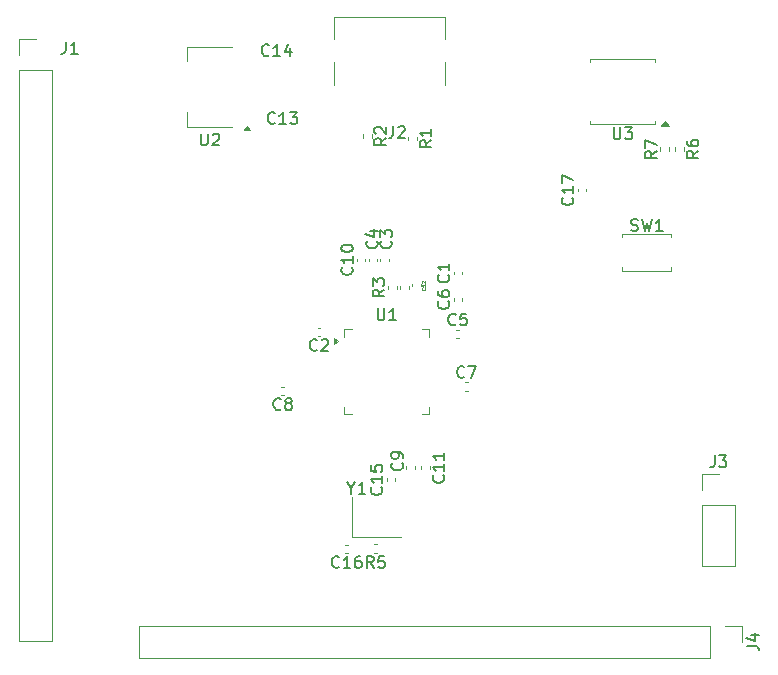
<source format=gbr>
%TF.GenerationSoftware,KiCad,Pcbnew,9.0.6*%
%TF.CreationDate,2025-12-18T17:34:00+05:30*%
%TF.ProjectId,Blueprint_Project,426c7565-7072-4696-9e74-5f50726f6a65,rev?*%
%TF.SameCoordinates,Original*%
%TF.FileFunction,Legend,Top*%
%TF.FilePolarity,Positive*%
%FSLAX46Y46*%
G04 Gerber Fmt 4.6, Leading zero omitted, Abs format (unit mm)*
G04 Created by KiCad (PCBNEW 9.0.6) date 2025-12-18 17:34:00*
%MOMM*%
%LPD*%
G01*
G04 APERTURE LIST*
%ADD10C,0.150000*%
%ADD11C,0.060000*%
%ADD12C,0.120000*%
G04 APERTURE END LIST*
D10*
X169512142Y-63559580D02*
X169464523Y-63607200D01*
X169464523Y-63607200D02*
X169321666Y-63654819D01*
X169321666Y-63654819D02*
X169226428Y-63654819D01*
X169226428Y-63654819D02*
X169083571Y-63607200D01*
X169083571Y-63607200D02*
X168988333Y-63511961D01*
X168988333Y-63511961D02*
X168940714Y-63416723D01*
X168940714Y-63416723D02*
X168893095Y-63226247D01*
X168893095Y-63226247D02*
X168893095Y-63083390D01*
X168893095Y-63083390D02*
X168940714Y-62892914D01*
X168940714Y-62892914D02*
X168988333Y-62797676D01*
X168988333Y-62797676D02*
X169083571Y-62702438D01*
X169083571Y-62702438D02*
X169226428Y-62654819D01*
X169226428Y-62654819D02*
X169321666Y-62654819D01*
X169321666Y-62654819D02*
X169464523Y-62702438D01*
X169464523Y-62702438D02*
X169512142Y-62750057D01*
X170464523Y-63654819D02*
X169893095Y-63654819D01*
X170178809Y-63654819D02*
X170178809Y-62654819D01*
X170178809Y-62654819D02*
X170083571Y-62797676D01*
X170083571Y-62797676D02*
X169988333Y-62892914D01*
X169988333Y-62892914D02*
X169893095Y-62940533D01*
X171321666Y-62988152D02*
X171321666Y-63654819D01*
X171083571Y-62607200D02*
X170845476Y-63321485D01*
X170845476Y-63321485D02*
X171464523Y-63321485D01*
X175447142Y-106899580D02*
X175399523Y-106947200D01*
X175399523Y-106947200D02*
X175256666Y-106994819D01*
X175256666Y-106994819D02*
X175161428Y-106994819D01*
X175161428Y-106994819D02*
X175018571Y-106947200D01*
X175018571Y-106947200D02*
X174923333Y-106851961D01*
X174923333Y-106851961D02*
X174875714Y-106756723D01*
X174875714Y-106756723D02*
X174828095Y-106566247D01*
X174828095Y-106566247D02*
X174828095Y-106423390D01*
X174828095Y-106423390D02*
X174875714Y-106232914D01*
X174875714Y-106232914D02*
X174923333Y-106137676D01*
X174923333Y-106137676D02*
X175018571Y-106042438D01*
X175018571Y-106042438D02*
X175161428Y-105994819D01*
X175161428Y-105994819D02*
X175256666Y-105994819D01*
X175256666Y-105994819D02*
X175399523Y-106042438D01*
X175399523Y-106042438D02*
X175447142Y-106090057D01*
X176399523Y-106994819D02*
X175828095Y-106994819D01*
X176113809Y-106994819D02*
X176113809Y-105994819D01*
X176113809Y-105994819D02*
X176018571Y-106137676D01*
X176018571Y-106137676D02*
X175923333Y-106232914D01*
X175923333Y-106232914D02*
X175828095Y-106280533D01*
X177256666Y-105994819D02*
X177066190Y-105994819D01*
X177066190Y-105994819D02*
X176970952Y-106042438D01*
X176970952Y-106042438D02*
X176923333Y-106090057D01*
X176923333Y-106090057D02*
X176828095Y-106232914D01*
X176828095Y-106232914D02*
X176780476Y-106423390D01*
X176780476Y-106423390D02*
X176780476Y-106804342D01*
X176780476Y-106804342D02*
X176828095Y-106899580D01*
X176828095Y-106899580D02*
X176875714Y-106947200D01*
X176875714Y-106947200D02*
X176970952Y-106994819D01*
X176970952Y-106994819D02*
X177161428Y-106994819D01*
X177161428Y-106994819D02*
X177256666Y-106947200D01*
X177256666Y-106947200D02*
X177304285Y-106899580D01*
X177304285Y-106899580D02*
X177351904Y-106804342D01*
X177351904Y-106804342D02*
X177351904Y-106566247D01*
X177351904Y-106566247D02*
X177304285Y-106471009D01*
X177304285Y-106471009D02*
X177256666Y-106423390D01*
X177256666Y-106423390D02*
X177161428Y-106375771D01*
X177161428Y-106375771D02*
X176970952Y-106375771D01*
X176970952Y-106375771D02*
X176875714Y-106423390D01*
X176875714Y-106423390D02*
X176828095Y-106471009D01*
X176828095Y-106471009D02*
X176780476Y-106566247D01*
X176483809Y-100238628D02*
X176483809Y-100714819D01*
X176150476Y-99714819D02*
X176483809Y-100238628D01*
X176483809Y-100238628D02*
X176817142Y-99714819D01*
X177674285Y-100714819D02*
X177102857Y-100714819D01*
X177388571Y-100714819D02*
X177388571Y-99714819D01*
X177388571Y-99714819D02*
X177293333Y-99857676D01*
X177293333Y-99857676D02*
X177198095Y-99952914D01*
X177198095Y-99952914D02*
X177102857Y-100000533D01*
X170513333Y-93529580D02*
X170465714Y-93577200D01*
X170465714Y-93577200D02*
X170322857Y-93624819D01*
X170322857Y-93624819D02*
X170227619Y-93624819D01*
X170227619Y-93624819D02*
X170084762Y-93577200D01*
X170084762Y-93577200D02*
X169989524Y-93481961D01*
X169989524Y-93481961D02*
X169941905Y-93386723D01*
X169941905Y-93386723D02*
X169894286Y-93196247D01*
X169894286Y-93196247D02*
X169894286Y-93053390D01*
X169894286Y-93053390D02*
X169941905Y-92862914D01*
X169941905Y-92862914D02*
X169989524Y-92767676D01*
X169989524Y-92767676D02*
X170084762Y-92672438D01*
X170084762Y-92672438D02*
X170227619Y-92624819D01*
X170227619Y-92624819D02*
X170322857Y-92624819D01*
X170322857Y-92624819D02*
X170465714Y-92672438D01*
X170465714Y-92672438D02*
X170513333Y-92720057D01*
X171084762Y-93053390D02*
X170989524Y-93005771D01*
X170989524Y-93005771D02*
X170941905Y-92958152D01*
X170941905Y-92958152D02*
X170894286Y-92862914D01*
X170894286Y-92862914D02*
X170894286Y-92815295D01*
X170894286Y-92815295D02*
X170941905Y-92720057D01*
X170941905Y-92720057D02*
X170989524Y-92672438D01*
X170989524Y-92672438D02*
X171084762Y-92624819D01*
X171084762Y-92624819D02*
X171275238Y-92624819D01*
X171275238Y-92624819D02*
X171370476Y-92672438D01*
X171370476Y-92672438D02*
X171418095Y-92720057D01*
X171418095Y-92720057D02*
X171465714Y-92815295D01*
X171465714Y-92815295D02*
X171465714Y-92862914D01*
X171465714Y-92862914D02*
X171418095Y-92958152D01*
X171418095Y-92958152D02*
X171370476Y-93005771D01*
X171370476Y-93005771D02*
X171275238Y-93053390D01*
X171275238Y-93053390D02*
X171084762Y-93053390D01*
X171084762Y-93053390D02*
X170989524Y-93101009D01*
X170989524Y-93101009D02*
X170941905Y-93148628D01*
X170941905Y-93148628D02*
X170894286Y-93243866D01*
X170894286Y-93243866D02*
X170894286Y-93434342D01*
X170894286Y-93434342D02*
X170941905Y-93529580D01*
X170941905Y-93529580D02*
X170989524Y-93577200D01*
X170989524Y-93577200D02*
X171084762Y-93624819D01*
X171084762Y-93624819D02*
X171275238Y-93624819D01*
X171275238Y-93624819D02*
X171370476Y-93577200D01*
X171370476Y-93577200D02*
X171418095Y-93529580D01*
X171418095Y-93529580D02*
X171465714Y-93434342D01*
X171465714Y-93434342D02*
X171465714Y-93243866D01*
X171465714Y-93243866D02*
X171418095Y-93148628D01*
X171418095Y-93148628D02*
X171370476Y-93101009D01*
X171370476Y-93101009D02*
X171275238Y-93053390D01*
X178373333Y-106994819D02*
X178040000Y-106518628D01*
X177801905Y-106994819D02*
X177801905Y-105994819D01*
X177801905Y-105994819D02*
X178182857Y-105994819D01*
X178182857Y-105994819D02*
X178278095Y-106042438D01*
X178278095Y-106042438D02*
X178325714Y-106090057D01*
X178325714Y-106090057D02*
X178373333Y-106185295D01*
X178373333Y-106185295D02*
X178373333Y-106328152D01*
X178373333Y-106328152D02*
X178325714Y-106423390D01*
X178325714Y-106423390D02*
X178278095Y-106471009D01*
X178278095Y-106471009D02*
X178182857Y-106518628D01*
X178182857Y-106518628D02*
X177801905Y-106518628D01*
X179278095Y-105994819D02*
X178801905Y-105994819D01*
X178801905Y-105994819D02*
X178754286Y-106471009D01*
X178754286Y-106471009D02*
X178801905Y-106423390D01*
X178801905Y-106423390D02*
X178897143Y-106375771D01*
X178897143Y-106375771D02*
X179135238Y-106375771D01*
X179135238Y-106375771D02*
X179230476Y-106423390D01*
X179230476Y-106423390D02*
X179278095Y-106471009D01*
X179278095Y-106471009D02*
X179325714Y-106566247D01*
X179325714Y-106566247D02*
X179325714Y-106804342D01*
X179325714Y-106804342D02*
X179278095Y-106899580D01*
X179278095Y-106899580D02*
X179230476Y-106947200D01*
X179230476Y-106947200D02*
X179135238Y-106994819D01*
X179135238Y-106994819D02*
X178897143Y-106994819D01*
X178897143Y-106994819D02*
X178801905Y-106947200D01*
X178801905Y-106947200D02*
X178754286Y-106899580D01*
X180016666Y-69594819D02*
X180016666Y-70309104D01*
X180016666Y-70309104D02*
X179969047Y-70451961D01*
X179969047Y-70451961D02*
X179873809Y-70547200D01*
X179873809Y-70547200D02*
X179730952Y-70594819D01*
X179730952Y-70594819D02*
X179635714Y-70594819D01*
X180445238Y-69690057D02*
X180492857Y-69642438D01*
X180492857Y-69642438D02*
X180588095Y-69594819D01*
X180588095Y-69594819D02*
X180826190Y-69594819D01*
X180826190Y-69594819D02*
X180921428Y-69642438D01*
X180921428Y-69642438D02*
X180969047Y-69690057D01*
X180969047Y-69690057D02*
X181016666Y-69785295D01*
X181016666Y-69785295D02*
X181016666Y-69880533D01*
X181016666Y-69880533D02*
X180969047Y-70023390D01*
X180969047Y-70023390D02*
X180397619Y-70594819D01*
X180397619Y-70594819D02*
X181016666Y-70594819D01*
X170012142Y-69309580D02*
X169964523Y-69357200D01*
X169964523Y-69357200D02*
X169821666Y-69404819D01*
X169821666Y-69404819D02*
X169726428Y-69404819D01*
X169726428Y-69404819D02*
X169583571Y-69357200D01*
X169583571Y-69357200D02*
X169488333Y-69261961D01*
X169488333Y-69261961D02*
X169440714Y-69166723D01*
X169440714Y-69166723D02*
X169393095Y-68976247D01*
X169393095Y-68976247D02*
X169393095Y-68833390D01*
X169393095Y-68833390D02*
X169440714Y-68642914D01*
X169440714Y-68642914D02*
X169488333Y-68547676D01*
X169488333Y-68547676D02*
X169583571Y-68452438D01*
X169583571Y-68452438D02*
X169726428Y-68404819D01*
X169726428Y-68404819D02*
X169821666Y-68404819D01*
X169821666Y-68404819D02*
X169964523Y-68452438D01*
X169964523Y-68452438D02*
X170012142Y-68500057D01*
X170964523Y-69404819D02*
X170393095Y-69404819D01*
X170678809Y-69404819D02*
X170678809Y-68404819D01*
X170678809Y-68404819D02*
X170583571Y-68547676D01*
X170583571Y-68547676D02*
X170488333Y-68642914D01*
X170488333Y-68642914D02*
X170393095Y-68690533D01*
X171297857Y-68404819D02*
X171916904Y-68404819D01*
X171916904Y-68404819D02*
X171583571Y-68785771D01*
X171583571Y-68785771D02*
X171726428Y-68785771D01*
X171726428Y-68785771D02*
X171821666Y-68833390D01*
X171821666Y-68833390D02*
X171869285Y-68881009D01*
X171869285Y-68881009D02*
X171916904Y-68976247D01*
X171916904Y-68976247D02*
X171916904Y-69214342D01*
X171916904Y-69214342D02*
X171869285Y-69309580D01*
X171869285Y-69309580D02*
X171821666Y-69357200D01*
X171821666Y-69357200D02*
X171726428Y-69404819D01*
X171726428Y-69404819D02*
X171440714Y-69404819D01*
X171440714Y-69404819D02*
X171345476Y-69357200D01*
X171345476Y-69357200D02*
X171297857Y-69309580D01*
X152316666Y-62444819D02*
X152316666Y-63159104D01*
X152316666Y-63159104D02*
X152269047Y-63301961D01*
X152269047Y-63301961D02*
X152173809Y-63397200D01*
X152173809Y-63397200D02*
X152030952Y-63444819D01*
X152030952Y-63444819D02*
X151935714Y-63444819D01*
X153316666Y-63444819D02*
X152745238Y-63444819D01*
X153030952Y-63444819D02*
X153030952Y-62444819D01*
X153030952Y-62444819D02*
X152935714Y-62587676D01*
X152935714Y-62587676D02*
X152840476Y-62682914D01*
X152840476Y-62682914D02*
X152745238Y-62730533D01*
X180779580Y-98116666D02*
X180827200Y-98164285D01*
X180827200Y-98164285D02*
X180874819Y-98307142D01*
X180874819Y-98307142D02*
X180874819Y-98402380D01*
X180874819Y-98402380D02*
X180827200Y-98545237D01*
X180827200Y-98545237D02*
X180731961Y-98640475D01*
X180731961Y-98640475D02*
X180636723Y-98688094D01*
X180636723Y-98688094D02*
X180446247Y-98735713D01*
X180446247Y-98735713D02*
X180303390Y-98735713D01*
X180303390Y-98735713D02*
X180112914Y-98688094D01*
X180112914Y-98688094D02*
X180017676Y-98640475D01*
X180017676Y-98640475D02*
X179922438Y-98545237D01*
X179922438Y-98545237D02*
X179874819Y-98402380D01*
X179874819Y-98402380D02*
X179874819Y-98307142D01*
X179874819Y-98307142D02*
X179922438Y-98164285D01*
X179922438Y-98164285D02*
X179970057Y-98116666D01*
X180874819Y-97640475D02*
X180874819Y-97449999D01*
X180874819Y-97449999D02*
X180827200Y-97354761D01*
X180827200Y-97354761D02*
X180779580Y-97307142D01*
X180779580Y-97307142D02*
X180636723Y-97211904D01*
X180636723Y-97211904D02*
X180446247Y-97164285D01*
X180446247Y-97164285D02*
X180065295Y-97164285D01*
X180065295Y-97164285D02*
X179970057Y-97211904D01*
X179970057Y-97211904D02*
X179922438Y-97259523D01*
X179922438Y-97259523D02*
X179874819Y-97354761D01*
X179874819Y-97354761D02*
X179874819Y-97545237D01*
X179874819Y-97545237D02*
X179922438Y-97640475D01*
X179922438Y-97640475D02*
X179970057Y-97688094D01*
X179970057Y-97688094D02*
X180065295Y-97735713D01*
X180065295Y-97735713D02*
X180303390Y-97735713D01*
X180303390Y-97735713D02*
X180398628Y-97688094D01*
X180398628Y-97688094D02*
X180446247Y-97640475D01*
X180446247Y-97640475D02*
X180493866Y-97545237D01*
X180493866Y-97545237D02*
X180493866Y-97354761D01*
X180493866Y-97354761D02*
X180446247Y-97259523D01*
X180446247Y-97259523D02*
X180398628Y-97211904D01*
X180398628Y-97211904D02*
X180303390Y-97164285D01*
X185323333Y-86359580D02*
X185275714Y-86407200D01*
X185275714Y-86407200D02*
X185132857Y-86454819D01*
X185132857Y-86454819D02*
X185037619Y-86454819D01*
X185037619Y-86454819D02*
X184894762Y-86407200D01*
X184894762Y-86407200D02*
X184799524Y-86311961D01*
X184799524Y-86311961D02*
X184751905Y-86216723D01*
X184751905Y-86216723D02*
X184704286Y-86026247D01*
X184704286Y-86026247D02*
X184704286Y-85883390D01*
X184704286Y-85883390D02*
X184751905Y-85692914D01*
X184751905Y-85692914D02*
X184799524Y-85597676D01*
X184799524Y-85597676D02*
X184894762Y-85502438D01*
X184894762Y-85502438D02*
X185037619Y-85454819D01*
X185037619Y-85454819D02*
X185132857Y-85454819D01*
X185132857Y-85454819D02*
X185275714Y-85502438D01*
X185275714Y-85502438D02*
X185323333Y-85550057D01*
X186228095Y-85454819D02*
X185751905Y-85454819D01*
X185751905Y-85454819D02*
X185704286Y-85931009D01*
X185704286Y-85931009D02*
X185751905Y-85883390D01*
X185751905Y-85883390D02*
X185847143Y-85835771D01*
X185847143Y-85835771D02*
X186085238Y-85835771D01*
X186085238Y-85835771D02*
X186180476Y-85883390D01*
X186180476Y-85883390D02*
X186228095Y-85931009D01*
X186228095Y-85931009D02*
X186275714Y-86026247D01*
X186275714Y-86026247D02*
X186275714Y-86264342D01*
X186275714Y-86264342D02*
X186228095Y-86359580D01*
X186228095Y-86359580D02*
X186180476Y-86407200D01*
X186180476Y-86407200D02*
X186085238Y-86454819D01*
X186085238Y-86454819D02*
X185847143Y-86454819D01*
X185847143Y-86454819D02*
X185751905Y-86407200D01*
X185751905Y-86407200D02*
X185704286Y-86359580D01*
X202344819Y-71726666D02*
X201868628Y-72059999D01*
X202344819Y-72298094D02*
X201344819Y-72298094D01*
X201344819Y-72298094D02*
X201344819Y-71917142D01*
X201344819Y-71917142D02*
X201392438Y-71821904D01*
X201392438Y-71821904D02*
X201440057Y-71774285D01*
X201440057Y-71774285D02*
X201535295Y-71726666D01*
X201535295Y-71726666D02*
X201678152Y-71726666D01*
X201678152Y-71726666D02*
X201773390Y-71774285D01*
X201773390Y-71774285D02*
X201821009Y-71821904D01*
X201821009Y-71821904D02*
X201868628Y-71917142D01*
X201868628Y-71917142D02*
X201868628Y-72298094D01*
X201344819Y-71393332D02*
X201344819Y-70726666D01*
X201344819Y-70726666D02*
X202344819Y-71155237D01*
X179284819Y-83416666D02*
X178808628Y-83749999D01*
X179284819Y-83988094D02*
X178284819Y-83988094D01*
X178284819Y-83988094D02*
X178284819Y-83607142D01*
X178284819Y-83607142D02*
X178332438Y-83511904D01*
X178332438Y-83511904D02*
X178380057Y-83464285D01*
X178380057Y-83464285D02*
X178475295Y-83416666D01*
X178475295Y-83416666D02*
X178618152Y-83416666D01*
X178618152Y-83416666D02*
X178713390Y-83464285D01*
X178713390Y-83464285D02*
X178761009Y-83511904D01*
X178761009Y-83511904D02*
X178808628Y-83607142D01*
X178808628Y-83607142D02*
X178808628Y-83988094D01*
X178284819Y-83083332D02*
X178284819Y-82464285D01*
X178284819Y-82464285D02*
X178665771Y-82797618D01*
X178665771Y-82797618D02*
X178665771Y-82654761D01*
X178665771Y-82654761D02*
X178713390Y-82559523D01*
X178713390Y-82559523D02*
X178761009Y-82511904D01*
X178761009Y-82511904D02*
X178856247Y-82464285D01*
X178856247Y-82464285D02*
X179094342Y-82464285D01*
X179094342Y-82464285D02*
X179189580Y-82511904D01*
X179189580Y-82511904D02*
X179237200Y-82559523D01*
X179237200Y-82559523D02*
X179284819Y-82654761D01*
X179284819Y-82654761D02*
X179284819Y-82940475D01*
X179284819Y-82940475D02*
X179237200Y-83035713D01*
X179237200Y-83035713D02*
X179189580Y-83083332D01*
X205874819Y-71666666D02*
X205398628Y-71999999D01*
X205874819Y-72238094D02*
X204874819Y-72238094D01*
X204874819Y-72238094D02*
X204874819Y-71857142D01*
X204874819Y-71857142D02*
X204922438Y-71761904D01*
X204922438Y-71761904D02*
X204970057Y-71714285D01*
X204970057Y-71714285D02*
X205065295Y-71666666D01*
X205065295Y-71666666D02*
X205208152Y-71666666D01*
X205208152Y-71666666D02*
X205303390Y-71714285D01*
X205303390Y-71714285D02*
X205351009Y-71761904D01*
X205351009Y-71761904D02*
X205398628Y-71857142D01*
X205398628Y-71857142D02*
X205398628Y-72238094D01*
X204874819Y-70809523D02*
X204874819Y-70999999D01*
X204874819Y-70999999D02*
X204922438Y-71095237D01*
X204922438Y-71095237D02*
X204970057Y-71142856D01*
X204970057Y-71142856D02*
X205112914Y-71238094D01*
X205112914Y-71238094D02*
X205303390Y-71285713D01*
X205303390Y-71285713D02*
X205684342Y-71285713D01*
X205684342Y-71285713D02*
X205779580Y-71238094D01*
X205779580Y-71238094D02*
X205827200Y-71190475D01*
X205827200Y-71190475D02*
X205874819Y-71095237D01*
X205874819Y-71095237D02*
X205874819Y-70904761D01*
X205874819Y-70904761D02*
X205827200Y-70809523D01*
X205827200Y-70809523D02*
X205779580Y-70761904D01*
X205779580Y-70761904D02*
X205684342Y-70714285D01*
X205684342Y-70714285D02*
X205446247Y-70714285D01*
X205446247Y-70714285D02*
X205351009Y-70761904D01*
X205351009Y-70761904D02*
X205303390Y-70809523D01*
X205303390Y-70809523D02*
X205255771Y-70904761D01*
X205255771Y-70904761D02*
X205255771Y-71095237D01*
X205255771Y-71095237D02*
X205303390Y-71190475D01*
X205303390Y-71190475D02*
X205351009Y-71238094D01*
X205351009Y-71238094D02*
X205446247Y-71285713D01*
X179819580Y-79316666D02*
X179867200Y-79364285D01*
X179867200Y-79364285D02*
X179914819Y-79507142D01*
X179914819Y-79507142D02*
X179914819Y-79602380D01*
X179914819Y-79602380D02*
X179867200Y-79745237D01*
X179867200Y-79745237D02*
X179771961Y-79840475D01*
X179771961Y-79840475D02*
X179676723Y-79888094D01*
X179676723Y-79888094D02*
X179486247Y-79935713D01*
X179486247Y-79935713D02*
X179343390Y-79935713D01*
X179343390Y-79935713D02*
X179152914Y-79888094D01*
X179152914Y-79888094D02*
X179057676Y-79840475D01*
X179057676Y-79840475D02*
X178962438Y-79745237D01*
X178962438Y-79745237D02*
X178914819Y-79602380D01*
X178914819Y-79602380D02*
X178914819Y-79507142D01*
X178914819Y-79507142D02*
X178962438Y-79364285D01*
X178962438Y-79364285D02*
X179010057Y-79316666D01*
X178914819Y-78983332D02*
X178914819Y-78364285D01*
X178914819Y-78364285D02*
X179295771Y-78697618D01*
X179295771Y-78697618D02*
X179295771Y-78554761D01*
X179295771Y-78554761D02*
X179343390Y-78459523D01*
X179343390Y-78459523D02*
X179391009Y-78411904D01*
X179391009Y-78411904D02*
X179486247Y-78364285D01*
X179486247Y-78364285D02*
X179724342Y-78364285D01*
X179724342Y-78364285D02*
X179819580Y-78411904D01*
X179819580Y-78411904D02*
X179867200Y-78459523D01*
X179867200Y-78459523D02*
X179914819Y-78554761D01*
X179914819Y-78554761D02*
X179914819Y-78840475D01*
X179914819Y-78840475D02*
X179867200Y-78935713D01*
X179867200Y-78935713D02*
X179819580Y-78983332D01*
X195199580Y-75642857D02*
X195247200Y-75690476D01*
X195247200Y-75690476D02*
X195294819Y-75833333D01*
X195294819Y-75833333D02*
X195294819Y-75928571D01*
X195294819Y-75928571D02*
X195247200Y-76071428D01*
X195247200Y-76071428D02*
X195151961Y-76166666D01*
X195151961Y-76166666D02*
X195056723Y-76214285D01*
X195056723Y-76214285D02*
X194866247Y-76261904D01*
X194866247Y-76261904D02*
X194723390Y-76261904D01*
X194723390Y-76261904D02*
X194532914Y-76214285D01*
X194532914Y-76214285D02*
X194437676Y-76166666D01*
X194437676Y-76166666D02*
X194342438Y-76071428D01*
X194342438Y-76071428D02*
X194294819Y-75928571D01*
X194294819Y-75928571D02*
X194294819Y-75833333D01*
X194294819Y-75833333D02*
X194342438Y-75690476D01*
X194342438Y-75690476D02*
X194390057Y-75642857D01*
X195294819Y-74690476D02*
X195294819Y-75261904D01*
X195294819Y-74976190D02*
X194294819Y-74976190D01*
X194294819Y-74976190D02*
X194437676Y-75071428D01*
X194437676Y-75071428D02*
X194532914Y-75166666D01*
X194532914Y-75166666D02*
X194580533Y-75261904D01*
X194294819Y-74357142D02*
X194294819Y-73690476D01*
X194294819Y-73690476D02*
X195294819Y-74119047D01*
X163738095Y-70204819D02*
X163738095Y-71014342D01*
X163738095Y-71014342D02*
X163785714Y-71109580D01*
X163785714Y-71109580D02*
X163833333Y-71157200D01*
X163833333Y-71157200D02*
X163928571Y-71204819D01*
X163928571Y-71204819D02*
X164119047Y-71204819D01*
X164119047Y-71204819D02*
X164214285Y-71157200D01*
X164214285Y-71157200D02*
X164261904Y-71109580D01*
X164261904Y-71109580D02*
X164309523Y-71014342D01*
X164309523Y-71014342D02*
X164309523Y-70204819D01*
X164738095Y-70300057D02*
X164785714Y-70252438D01*
X164785714Y-70252438D02*
X164880952Y-70204819D01*
X164880952Y-70204819D02*
X165119047Y-70204819D01*
X165119047Y-70204819D02*
X165214285Y-70252438D01*
X165214285Y-70252438D02*
X165261904Y-70300057D01*
X165261904Y-70300057D02*
X165309523Y-70395295D01*
X165309523Y-70395295D02*
X165309523Y-70490533D01*
X165309523Y-70490533D02*
X165261904Y-70633390D01*
X165261904Y-70633390D02*
X164690476Y-71204819D01*
X164690476Y-71204819D02*
X165309523Y-71204819D01*
X179444819Y-70596666D02*
X178968628Y-70929999D01*
X179444819Y-71168094D02*
X178444819Y-71168094D01*
X178444819Y-71168094D02*
X178444819Y-70787142D01*
X178444819Y-70787142D02*
X178492438Y-70691904D01*
X178492438Y-70691904D02*
X178540057Y-70644285D01*
X178540057Y-70644285D02*
X178635295Y-70596666D01*
X178635295Y-70596666D02*
X178778152Y-70596666D01*
X178778152Y-70596666D02*
X178873390Y-70644285D01*
X178873390Y-70644285D02*
X178921009Y-70691904D01*
X178921009Y-70691904D02*
X178968628Y-70787142D01*
X178968628Y-70787142D02*
X178968628Y-71168094D01*
X178540057Y-70215713D02*
X178492438Y-70168094D01*
X178492438Y-70168094D02*
X178444819Y-70072856D01*
X178444819Y-70072856D02*
X178444819Y-69834761D01*
X178444819Y-69834761D02*
X178492438Y-69739523D01*
X178492438Y-69739523D02*
X178540057Y-69691904D01*
X178540057Y-69691904D02*
X178635295Y-69644285D01*
X178635295Y-69644285D02*
X178730533Y-69644285D01*
X178730533Y-69644285D02*
X178873390Y-69691904D01*
X178873390Y-69691904D02*
X179444819Y-70263332D01*
X179444819Y-70263332D02*
X179444819Y-69644285D01*
X186063333Y-90809580D02*
X186015714Y-90857200D01*
X186015714Y-90857200D02*
X185872857Y-90904819D01*
X185872857Y-90904819D02*
X185777619Y-90904819D01*
X185777619Y-90904819D02*
X185634762Y-90857200D01*
X185634762Y-90857200D02*
X185539524Y-90761961D01*
X185539524Y-90761961D02*
X185491905Y-90666723D01*
X185491905Y-90666723D02*
X185444286Y-90476247D01*
X185444286Y-90476247D02*
X185444286Y-90333390D01*
X185444286Y-90333390D02*
X185491905Y-90142914D01*
X185491905Y-90142914D02*
X185539524Y-90047676D01*
X185539524Y-90047676D02*
X185634762Y-89952438D01*
X185634762Y-89952438D02*
X185777619Y-89904819D01*
X185777619Y-89904819D02*
X185872857Y-89904819D01*
X185872857Y-89904819D02*
X186015714Y-89952438D01*
X186015714Y-89952438D02*
X186063333Y-90000057D01*
X186396667Y-89904819D02*
X187063333Y-89904819D01*
X187063333Y-89904819D02*
X186634762Y-90904819D01*
X179029580Y-100162857D02*
X179077200Y-100210476D01*
X179077200Y-100210476D02*
X179124819Y-100353333D01*
X179124819Y-100353333D02*
X179124819Y-100448571D01*
X179124819Y-100448571D02*
X179077200Y-100591428D01*
X179077200Y-100591428D02*
X178981961Y-100686666D01*
X178981961Y-100686666D02*
X178886723Y-100734285D01*
X178886723Y-100734285D02*
X178696247Y-100781904D01*
X178696247Y-100781904D02*
X178553390Y-100781904D01*
X178553390Y-100781904D02*
X178362914Y-100734285D01*
X178362914Y-100734285D02*
X178267676Y-100686666D01*
X178267676Y-100686666D02*
X178172438Y-100591428D01*
X178172438Y-100591428D02*
X178124819Y-100448571D01*
X178124819Y-100448571D02*
X178124819Y-100353333D01*
X178124819Y-100353333D02*
X178172438Y-100210476D01*
X178172438Y-100210476D02*
X178220057Y-100162857D01*
X179124819Y-99210476D02*
X179124819Y-99781904D01*
X179124819Y-99496190D02*
X178124819Y-99496190D01*
X178124819Y-99496190D02*
X178267676Y-99591428D01*
X178267676Y-99591428D02*
X178362914Y-99686666D01*
X178362914Y-99686666D02*
X178410533Y-99781904D01*
X178124819Y-98305714D02*
X178124819Y-98781904D01*
X178124819Y-98781904D02*
X178601009Y-98829523D01*
X178601009Y-98829523D02*
X178553390Y-98781904D01*
X178553390Y-98781904D02*
X178505771Y-98686666D01*
X178505771Y-98686666D02*
X178505771Y-98448571D01*
X178505771Y-98448571D02*
X178553390Y-98353333D01*
X178553390Y-98353333D02*
X178601009Y-98305714D01*
X178601009Y-98305714D02*
X178696247Y-98258095D01*
X178696247Y-98258095D02*
X178934342Y-98258095D01*
X178934342Y-98258095D02*
X179029580Y-98305714D01*
X179029580Y-98305714D02*
X179077200Y-98353333D01*
X179077200Y-98353333D02*
X179124819Y-98448571D01*
X179124819Y-98448571D02*
X179124819Y-98686666D01*
X179124819Y-98686666D02*
X179077200Y-98781904D01*
X179077200Y-98781904D02*
X179029580Y-98829523D01*
X183264819Y-70796666D02*
X182788628Y-71129999D01*
X183264819Y-71368094D02*
X182264819Y-71368094D01*
X182264819Y-71368094D02*
X182264819Y-70987142D01*
X182264819Y-70987142D02*
X182312438Y-70891904D01*
X182312438Y-70891904D02*
X182360057Y-70844285D01*
X182360057Y-70844285D02*
X182455295Y-70796666D01*
X182455295Y-70796666D02*
X182598152Y-70796666D01*
X182598152Y-70796666D02*
X182693390Y-70844285D01*
X182693390Y-70844285D02*
X182741009Y-70891904D01*
X182741009Y-70891904D02*
X182788628Y-70987142D01*
X182788628Y-70987142D02*
X182788628Y-71368094D01*
X183264819Y-69844285D02*
X183264819Y-70415713D01*
X183264819Y-70129999D02*
X182264819Y-70129999D01*
X182264819Y-70129999D02*
X182407676Y-70225237D01*
X182407676Y-70225237D02*
X182502914Y-70320475D01*
X182502914Y-70320475D02*
X182550533Y-70415713D01*
X178629580Y-79306666D02*
X178677200Y-79354285D01*
X178677200Y-79354285D02*
X178724819Y-79497142D01*
X178724819Y-79497142D02*
X178724819Y-79592380D01*
X178724819Y-79592380D02*
X178677200Y-79735237D01*
X178677200Y-79735237D02*
X178581961Y-79830475D01*
X178581961Y-79830475D02*
X178486723Y-79878094D01*
X178486723Y-79878094D02*
X178296247Y-79925713D01*
X178296247Y-79925713D02*
X178153390Y-79925713D01*
X178153390Y-79925713D02*
X177962914Y-79878094D01*
X177962914Y-79878094D02*
X177867676Y-79830475D01*
X177867676Y-79830475D02*
X177772438Y-79735237D01*
X177772438Y-79735237D02*
X177724819Y-79592380D01*
X177724819Y-79592380D02*
X177724819Y-79497142D01*
X177724819Y-79497142D02*
X177772438Y-79354285D01*
X177772438Y-79354285D02*
X177820057Y-79306666D01*
X178058152Y-78449523D02*
X178724819Y-78449523D01*
X177677200Y-78687618D02*
X178391485Y-78925713D01*
X178391485Y-78925713D02*
X178391485Y-78306666D01*
X178718095Y-85004819D02*
X178718095Y-85814342D01*
X178718095Y-85814342D02*
X178765714Y-85909580D01*
X178765714Y-85909580D02*
X178813333Y-85957200D01*
X178813333Y-85957200D02*
X178908571Y-86004819D01*
X178908571Y-86004819D02*
X179099047Y-86004819D01*
X179099047Y-86004819D02*
X179194285Y-85957200D01*
X179194285Y-85957200D02*
X179241904Y-85909580D01*
X179241904Y-85909580D02*
X179289523Y-85814342D01*
X179289523Y-85814342D02*
X179289523Y-85004819D01*
X180289523Y-86004819D02*
X179718095Y-86004819D01*
X180003809Y-86004819D02*
X180003809Y-85004819D01*
X180003809Y-85004819D02*
X179908571Y-85147676D01*
X179908571Y-85147676D02*
X179813333Y-85242914D01*
X179813333Y-85242914D02*
X179718095Y-85290533D01*
X184699580Y-84416666D02*
X184747200Y-84464285D01*
X184747200Y-84464285D02*
X184794819Y-84607142D01*
X184794819Y-84607142D02*
X184794819Y-84702380D01*
X184794819Y-84702380D02*
X184747200Y-84845237D01*
X184747200Y-84845237D02*
X184651961Y-84940475D01*
X184651961Y-84940475D02*
X184556723Y-84988094D01*
X184556723Y-84988094D02*
X184366247Y-85035713D01*
X184366247Y-85035713D02*
X184223390Y-85035713D01*
X184223390Y-85035713D02*
X184032914Y-84988094D01*
X184032914Y-84988094D02*
X183937676Y-84940475D01*
X183937676Y-84940475D02*
X183842438Y-84845237D01*
X183842438Y-84845237D02*
X183794819Y-84702380D01*
X183794819Y-84702380D02*
X183794819Y-84607142D01*
X183794819Y-84607142D02*
X183842438Y-84464285D01*
X183842438Y-84464285D02*
X183890057Y-84416666D01*
X183794819Y-83559523D02*
X183794819Y-83749999D01*
X183794819Y-83749999D02*
X183842438Y-83845237D01*
X183842438Y-83845237D02*
X183890057Y-83892856D01*
X183890057Y-83892856D02*
X184032914Y-83988094D01*
X184032914Y-83988094D02*
X184223390Y-84035713D01*
X184223390Y-84035713D02*
X184604342Y-84035713D01*
X184604342Y-84035713D02*
X184699580Y-83988094D01*
X184699580Y-83988094D02*
X184747200Y-83940475D01*
X184747200Y-83940475D02*
X184794819Y-83845237D01*
X184794819Y-83845237D02*
X184794819Y-83654761D01*
X184794819Y-83654761D02*
X184747200Y-83559523D01*
X184747200Y-83559523D02*
X184699580Y-83511904D01*
X184699580Y-83511904D02*
X184604342Y-83464285D01*
X184604342Y-83464285D02*
X184366247Y-83464285D01*
X184366247Y-83464285D02*
X184271009Y-83511904D01*
X184271009Y-83511904D02*
X184223390Y-83559523D01*
X184223390Y-83559523D02*
X184175771Y-83654761D01*
X184175771Y-83654761D02*
X184175771Y-83845237D01*
X184175771Y-83845237D02*
X184223390Y-83940475D01*
X184223390Y-83940475D02*
X184271009Y-83988094D01*
X184271009Y-83988094D02*
X184366247Y-84035713D01*
X184269580Y-99142857D02*
X184317200Y-99190476D01*
X184317200Y-99190476D02*
X184364819Y-99333333D01*
X184364819Y-99333333D02*
X184364819Y-99428571D01*
X184364819Y-99428571D02*
X184317200Y-99571428D01*
X184317200Y-99571428D02*
X184221961Y-99666666D01*
X184221961Y-99666666D02*
X184126723Y-99714285D01*
X184126723Y-99714285D02*
X183936247Y-99761904D01*
X183936247Y-99761904D02*
X183793390Y-99761904D01*
X183793390Y-99761904D02*
X183602914Y-99714285D01*
X183602914Y-99714285D02*
X183507676Y-99666666D01*
X183507676Y-99666666D02*
X183412438Y-99571428D01*
X183412438Y-99571428D02*
X183364819Y-99428571D01*
X183364819Y-99428571D02*
X183364819Y-99333333D01*
X183364819Y-99333333D02*
X183412438Y-99190476D01*
X183412438Y-99190476D02*
X183460057Y-99142857D01*
X184364819Y-98190476D02*
X184364819Y-98761904D01*
X184364819Y-98476190D02*
X183364819Y-98476190D01*
X183364819Y-98476190D02*
X183507676Y-98571428D01*
X183507676Y-98571428D02*
X183602914Y-98666666D01*
X183602914Y-98666666D02*
X183650533Y-98761904D01*
X184364819Y-97238095D02*
X184364819Y-97809523D01*
X184364819Y-97523809D02*
X183364819Y-97523809D01*
X183364819Y-97523809D02*
X183507676Y-97619047D01*
X183507676Y-97619047D02*
X183602914Y-97714285D01*
X183602914Y-97714285D02*
X183650533Y-97809523D01*
X176519580Y-81542857D02*
X176567200Y-81590476D01*
X176567200Y-81590476D02*
X176614819Y-81733333D01*
X176614819Y-81733333D02*
X176614819Y-81828571D01*
X176614819Y-81828571D02*
X176567200Y-81971428D01*
X176567200Y-81971428D02*
X176471961Y-82066666D01*
X176471961Y-82066666D02*
X176376723Y-82114285D01*
X176376723Y-82114285D02*
X176186247Y-82161904D01*
X176186247Y-82161904D02*
X176043390Y-82161904D01*
X176043390Y-82161904D02*
X175852914Y-82114285D01*
X175852914Y-82114285D02*
X175757676Y-82066666D01*
X175757676Y-82066666D02*
X175662438Y-81971428D01*
X175662438Y-81971428D02*
X175614819Y-81828571D01*
X175614819Y-81828571D02*
X175614819Y-81733333D01*
X175614819Y-81733333D02*
X175662438Y-81590476D01*
X175662438Y-81590476D02*
X175710057Y-81542857D01*
X176614819Y-80590476D02*
X176614819Y-81161904D01*
X176614819Y-80876190D02*
X175614819Y-80876190D01*
X175614819Y-80876190D02*
X175757676Y-80971428D01*
X175757676Y-80971428D02*
X175852914Y-81066666D01*
X175852914Y-81066666D02*
X175900533Y-81161904D01*
X175614819Y-79971428D02*
X175614819Y-79876190D01*
X175614819Y-79876190D02*
X175662438Y-79780952D01*
X175662438Y-79780952D02*
X175710057Y-79733333D01*
X175710057Y-79733333D02*
X175805295Y-79685714D01*
X175805295Y-79685714D02*
X175995771Y-79638095D01*
X175995771Y-79638095D02*
X176233866Y-79638095D01*
X176233866Y-79638095D02*
X176424342Y-79685714D01*
X176424342Y-79685714D02*
X176519580Y-79733333D01*
X176519580Y-79733333D02*
X176567200Y-79780952D01*
X176567200Y-79780952D02*
X176614819Y-79876190D01*
X176614819Y-79876190D02*
X176614819Y-79971428D01*
X176614819Y-79971428D02*
X176567200Y-80066666D01*
X176567200Y-80066666D02*
X176519580Y-80114285D01*
X176519580Y-80114285D02*
X176424342Y-80161904D01*
X176424342Y-80161904D02*
X176233866Y-80209523D01*
X176233866Y-80209523D02*
X175995771Y-80209523D01*
X175995771Y-80209523D02*
X175805295Y-80161904D01*
X175805295Y-80161904D02*
X175710057Y-80114285D01*
X175710057Y-80114285D02*
X175662438Y-80066666D01*
X175662438Y-80066666D02*
X175614819Y-79971428D01*
X184699580Y-82166666D02*
X184747200Y-82214285D01*
X184747200Y-82214285D02*
X184794819Y-82357142D01*
X184794819Y-82357142D02*
X184794819Y-82452380D01*
X184794819Y-82452380D02*
X184747200Y-82595237D01*
X184747200Y-82595237D02*
X184651961Y-82690475D01*
X184651961Y-82690475D02*
X184556723Y-82738094D01*
X184556723Y-82738094D02*
X184366247Y-82785713D01*
X184366247Y-82785713D02*
X184223390Y-82785713D01*
X184223390Y-82785713D02*
X184032914Y-82738094D01*
X184032914Y-82738094D02*
X183937676Y-82690475D01*
X183937676Y-82690475D02*
X183842438Y-82595237D01*
X183842438Y-82595237D02*
X183794819Y-82452380D01*
X183794819Y-82452380D02*
X183794819Y-82357142D01*
X183794819Y-82357142D02*
X183842438Y-82214285D01*
X183842438Y-82214285D02*
X183890057Y-82166666D01*
X184794819Y-81214285D02*
X184794819Y-81785713D01*
X184794819Y-81499999D02*
X183794819Y-81499999D01*
X183794819Y-81499999D02*
X183937676Y-81595237D01*
X183937676Y-81595237D02*
X184032914Y-81690475D01*
X184032914Y-81690475D02*
X184080533Y-81785713D01*
X173583333Y-88519580D02*
X173535714Y-88567200D01*
X173535714Y-88567200D02*
X173392857Y-88614819D01*
X173392857Y-88614819D02*
X173297619Y-88614819D01*
X173297619Y-88614819D02*
X173154762Y-88567200D01*
X173154762Y-88567200D02*
X173059524Y-88471961D01*
X173059524Y-88471961D02*
X173011905Y-88376723D01*
X173011905Y-88376723D02*
X172964286Y-88186247D01*
X172964286Y-88186247D02*
X172964286Y-88043390D01*
X172964286Y-88043390D02*
X173011905Y-87852914D01*
X173011905Y-87852914D02*
X173059524Y-87757676D01*
X173059524Y-87757676D02*
X173154762Y-87662438D01*
X173154762Y-87662438D02*
X173297619Y-87614819D01*
X173297619Y-87614819D02*
X173392857Y-87614819D01*
X173392857Y-87614819D02*
X173535714Y-87662438D01*
X173535714Y-87662438D02*
X173583333Y-87710057D01*
X173964286Y-87710057D02*
X174011905Y-87662438D01*
X174011905Y-87662438D02*
X174107143Y-87614819D01*
X174107143Y-87614819D02*
X174345238Y-87614819D01*
X174345238Y-87614819D02*
X174440476Y-87662438D01*
X174440476Y-87662438D02*
X174488095Y-87710057D01*
X174488095Y-87710057D02*
X174535714Y-87805295D01*
X174535714Y-87805295D02*
X174535714Y-87900533D01*
X174535714Y-87900533D02*
X174488095Y-88043390D01*
X174488095Y-88043390D02*
X173916667Y-88614819D01*
X173916667Y-88614819D02*
X174535714Y-88614819D01*
X198700595Y-69679819D02*
X198700595Y-70489342D01*
X198700595Y-70489342D02*
X198748214Y-70584580D01*
X198748214Y-70584580D02*
X198795833Y-70632200D01*
X198795833Y-70632200D02*
X198891071Y-70679819D01*
X198891071Y-70679819D02*
X199081547Y-70679819D01*
X199081547Y-70679819D02*
X199176785Y-70632200D01*
X199176785Y-70632200D02*
X199224404Y-70584580D01*
X199224404Y-70584580D02*
X199272023Y-70489342D01*
X199272023Y-70489342D02*
X199272023Y-69679819D01*
X199652976Y-69679819D02*
X200272023Y-69679819D01*
X200272023Y-69679819D02*
X199938690Y-70060771D01*
X199938690Y-70060771D02*
X200081547Y-70060771D01*
X200081547Y-70060771D02*
X200176785Y-70108390D01*
X200176785Y-70108390D02*
X200224404Y-70156009D01*
X200224404Y-70156009D02*
X200272023Y-70251247D01*
X200272023Y-70251247D02*
X200272023Y-70489342D01*
X200272023Y-70489342D02*
X200224404Y-70584580D01*
X200224404Y-70584580D02*
X200176785Y-70632200D01*
X200176785Y-70632200D02*
X200081547Y-70679819D01*
X200081547Y-70679819D02*
X199795833Y-70679819D01*
X199795833Y-70679819D02*
X199700595Y-70632200D01*
X199700595Y-70632200D02*
X199652976Y-70584580D01*
X207246666Y-97464819D02*
X207246666Y-98179104D01*
X207246666Y-98179104D02*
X207199047Y-98321961D01*
X207199047Y-98321961D02*
X207103809Y-98417200D01*
X207103809Y-98417200D02*
X206960952Y-98464819D01*
X206960952Y-98464819D02*
X206865714Y-98464819D01*
X207627619Y-97464819D02*
X208246666Y-97464819D01*
X208246666Y-97464819D02*
X207913333Y-97845771D01*
X207913333Y-97845771D02*
X208056190Y-97845771D01*
X208056190Y-97845771D02*
X208151428Y-97893390D01*
X208151428Y-97893390D02*
X208199047Y-97941009D01*
X208199047Y-97941009D02*
X208246666Y-98036247D01*
X208246666Y-98036247D02*
X208246666Y-98274342D01*
X208246666Y-98274342D02*
X208199047Y-98369580D01*
X208199047Y-98369580D02*
X208151428Y-98417200D01*
X208151428Y-98417200D02*
X208056190Y-98464819D01*
X208056190Y-98464819D02*
X207770476Y-98464819D01*
X207770476Y-98464819D02*
X207675238Y-98417200D01*
X207675238Y-98417200D02*
X207627619Y-98369580D01*
D11*
X182737094Y-83272856D02*
X182751380Y-83287142D01*
X182751380Y-83287142D02*
X182765665Y-83329999D01*
X182765665Y-83329999D02*
X182765665Y-83358571D01*
X182765665Y-83358571D02*
X182751380Y-83401428D01*
X182751380Y-83401428D02*
X182722808Y-83429999D01*
X182722808Y-83429999D02*
X182694237Y-83444285D01*
X182694237Y-83444285D02*
X182637094Y-83458571D01*
X182637094Y-83458571D02*
X182594237Y-83458571D01*
X182594237Y-83458571D02*
X182537094Y-83444285D01*
X182537094Y-83444285D02*
X182508522Y-83429999D01*
X182508522Y-83429999D02*
X182479951Y-83401428D01*
X182479951Y-83401428D02*
X182465665Y-83358571D01*
X182465665Y-83358571D02*
X182465665Y-83329999D01*
X182465665Y-83329999D02*
X182479951Y-83287142D01*
X182479951Y-83287142D02*
X182494237Y-83272856D01*
X182765665Y-82987142D02*
X182765665Y-83158571D01*
X182765665Y-83072856D02*
X182465665Y-83072856D01*
X182465665Y-83072856D02*
X182508522Y-83101428D01*
X182508522Y-83101428D02*
X182537094Y-83129999D01*
X182537094Y-83129999D02*
X182551380Y-83158571D01*
X182494237Y-82872857D02*
X182479951Y-82858571D01*
X182479951Y-82858571D02*
X182465665Y-82830000D01*
X182465665Y-82830000D02*
X182465665Y-82758571D01*
X182465665Y-82758571D02*
X182479951Y-82730000D01*
X182479951Y-82730000D02*
X182494237Y-82715714D01*
X182494237Y-82715714D02*
X182522808Y-82701428D01*
X182522808Y-82701428D02*
X182551380Y-82701428D01*
X182551380Y-82701428D02*
X182594237Y-82715714D01*
X182594237Y-82715714D02*
X182765665Y-82887142D01*
X182765665Y-82887142D02*
X182765665Y-82701428D01*
D10*
X209984819Y-113583333D02*
X210699104Y-113583333D01*
X210699104Y-113583333D02*
X210841961Y-113630952D01*
X210841961Y-113630952D02*
X210937200Y-113726190D01*
X210937200Y-113726190D02*
X210984819Y-113869047D01*
X210984819Y-113869047D02*
X210984819Y-113964285D01*
X210318152Y-112678571D02*
X210984819Y-112678571D01*
X209937200Y-112916666D02*
X210651485Y-113154761D01*
X210651485Y-113154761D02*
X210651485Y-112535714D01*
X200166667Y-78407200D02*
X200309524Y-78454819D01*
X200309524Y-78454819D02*
X200547619Y-78454819D01*
X200547619Y-78454819D02*
X200642857Y-78407200D01*
X200642857Y-78407200D02*
X200690476Y-78359580D01*
X200690476Y-78359580D02*
X200738095Y-78264342D01*
X200738095Y-78264342D02*
X200738095Y-78169104D01*
X200738095Y-78169104D02*
X200690476Y-78073866D01*
X200690476Y-78073866D02*
X200642857Y-78026247D01*
X200642857Y-78026247D02*
X200547619Y-77978628D01*
X200547619Y-77978628D02*
X200357143Y-77931009D01*
X200357143Y-77931009D02*
X200261905Y-77883390D01*
X200261905Y-77883390D02*
X200214286Y-77835771D01*
X200214286Y-77835771D02*
X200166667Y-77740533D01*
X200166667Y-77740533D02*
X200166667Y-77645295D01*
X200166667Y-77645295D02*
X200214286Y-77550057D01*
X200214286Y-77550057D02*
X200261905Y-77502438D01*
X200261905Y-77502438D02*
X200357143Y-77454819D01*
X200357143Y-77454819D02*
X200595238Y-77454819D01*
X200595238Y-77454819D02*
X200738095Y-77502438D01*
X201071429Y-77454819D02*
X201309524Y-78454819D01*
X201309524Y-78454819D02*
X201500000Y-77740533D01*
X201500000Y-77740533D02*
X201690476Y-78454819D01*
X201690476Y-78454819D02*
X201928572Y-77454819D01*
X202833333Y-78454819D02*
X202261905Y-78454819D01*
X202547619Y-78454819D02*
X202547619Y-77454819D01*
X202547619Y-77454819D02*
X202452381Y-77597676D01*
X202452381Y-77597676D02*
X202357143Y-77692914D01*
X202357143Y-77692914D02*
X202261905Y-77740533D01*
D12*
%TO.C,R4*%
X180620000Y-83403641D02*
X180620000Y-83096359D01*
X181380000Y-83403641D02*
X181380000Y-83096359D01*
%TO.C,C16*%
X176197836Y-105020000D02*
X175982164Y-105020000D01*
X176197836Y-105740000D02*
X175982164Y-105740000D01*
%TO.C,Y1*%
X176570000Y-100960000D02*
X176570000Y-104380000D01*
X176570000Y-104380000D02*
X180690000Y-104380000D01*
%TO.C,C8*%
X170787836Y-91650000D02*
X170572164Y-91650000D01*
X170787836Y-92370000D02*
X170572164Y-92370000D01*
%TO.C,R5*%
X178693641Y-104990000D02*
X178386359Y-104990000D01*
X178693641Y-105750000D02*
X178386359Y-105750000D01*
%TO.C,J2*%
X175010000Y-62220000D02*
X175010000Y-60320000D01*
X175010000Y-66120000D02*
X175010000Y-64120000D01*
X184410000Y-60320000D02*
X175010000Y-60320000D01*
X184410000Y-62220000D02*
X184410000Y-60320000D01*
X184410000Y-66120000D02*
X184410000Y-64120000D01*
%TO.C,J1*%
X148370000Y-62170000D02*
X149750000Y-62170000D01*
X148370000Y-63550000D02*
X148370000Y-62170000D01*
X148370000Y-64820000D02*
X148370000Y-113190000D01*
X148370000Y-64820000D02*
X151130000Y-64820000D01*
X148370000Y-113190000D02*
X151130000Y-113190000D01*
X151130000Y-64820000D02*
X151130000Y-113190000D01*
%TO.C,C9*%
X181140000Y-98392164D02*
X181140000Y-98607836D01*
X181860000Y-98392164D02*
X181860000Y-98607836D01*
%TO.C,C5*%
X185382164Y-86800000D02*
X185597836Y-86800000D01*
X185382164Y-87520000D02*
X185597836Y-87520000D01*
%TO.C,R7*%
X202620000Y-71356359D02*
X202620000Y-71663641D01*
X203380000Y-71356359D02*
X203380000Y-71663641D01*
%TO.C,R3*%
X179620000Y-83403641D02*
X179620000Y-83096359D01*
X180380000Y-83403641D02*
X180380000Y-83096359D01*
%TO.C,R6*%
X203870000Y-71346359D02*
X203870000Y-71653641D01*
X204630000Y-71346359D02*
X204630000Y-71653641D01*
%TO.C,C3*%
X178950000Y-81027836D02*
X178950000Y-80812164D01*
X179670000Y-81027836D02*
X179670000Y-80812164D01*
%TO.C,C17*%
X195640000Y-75107836D02*
X195640000Y-74892164D01*
X196360000Y-75107836D02*
X196360000Y-74892164D01*
%TO.C,U2*%
X162590000Y-62840000D02*
X162590000Y-64100000D01*
X162590000Y-69660000D02*
X162590000Y-68400000D01*
X166350000Y-62840000D02*
X162590000Y-62840000D01*
X166350000Y-69660000D02*
X162590000Y-69660000D01*
X167870000Y-69890000D02*
X167390000Y-69890000D01*
X167630000Y-69560000D01*
X167870000Y-69890000D01*
G36*
X167870000Y-69890000D02*
G01*
X167390000Y-69890000D01*
X167630000Y-69560000D01*
X167870000Y-69890000D01*
G37*
%TO.C,R2*%
X177440000Y-70276359D02*
X177440000Y-70583641D01*
X178200000Y-70276359D02*
X178200000Y-70583641D01*
%TO.C,C7*%
X186122164Y-91250000D02*
X186337836Y-91250000D01*
X186122164Y-91970000D02*
X186337836Y-91970000D01*
%TO.C,C15*%
X179470000Y-99627836D02*
X179470000Y-99412164D01*
X180190000Y-99627836D02*
X180190000Y-99412164D01*
%TO.C,R1*%
X181260000Y-70476359D02*
X181260000Y-70783641D01*
X182020000Y-70476359D02*
X182020000Y-70783641D01*
%TO.C,C4*%
X177950000Y-81017836D02*
X177950000Y-80802164D01*
X178670000Y-81017836D02*
X178670000Y-80802164D01*
%TO.C,U1*%
X175870000Y-86770000D02*
X176520000Y-86770000D01*
X175870000Y-87420000D02*
X175870000Y-86770000D01*
X175870000Y-93990000D02*
X175870000Y-93340000D01*
X176520000Y-93990000D02*
X175870000Y-93990000D01*
X182440000Y-86770000D02*
X183090000Y-86770000D01*
X183090000Y-86770000D02*
X183090000Y-87420000D01*
X183090000Y-93340000D02*
X183090000Y-93990000D01*
X183090000Y-93990000D02*
X182440000Y-93990000D01*
X175340000Y-87780000D02*
X175010000Y-88020000D01*
X175010000Y-87540000D01*
X175340000Y-87780000D01*
G36*
X175340000Y-87780000D02*
G01*
X175010000Y-88020000D01*
X175010000Y-87540000D01*
X175340000Y-87780000D01*
G37*
%TO.C,C6*%
X185140000Y-84357836D02*
X185140000Y-84142164D01*
X185860000Y-84357836D02*
X185860000Y-84142164D01*
%TO.C,C11*%
X182390000Y-98392164D02*
X182390000Y-98607836D01*
X183110000Y-98392164D02*
X183110000Y-98607836D01*
%TO.C,C10*%
X176960000Y-81007836D02*
X176960000Y-80792164D01*
X177680000Y-81007836D02*
X177680000Y-80792164D01*
%TO.C,C1*%
X185140000Y-82107836D02*
X185140000Y-81892164D01*
X185860000Y-82107836D02*
X185860000Y-81892164D01*
%TO.C,C2*%
X173857836Y-86640000D02*
X173642164Y-86640000D01*
X173857836Y-87360000D02*
X173642164Y-87360000D01*
%TO.C,U3*%
X196702500Y-63865000D02*
X202222500Y-63865000D01*
X196702500Y-64135000D02*
X196702500Y-63865000D01*
X196702500Y-69385000D02*
X196702500Y-69115000D01*
X202222500Y-63865000D02*
X202222500Y-64135000D01*
X202222500Y-69115000D02*
X202222500Y-69385000D01*
X202222500Y-69385000D02*
X196702500Y-69385000D01*
X203392500Y-69595000D02*
X202712500Y-69595000D01*
X203052500Y-69125000D01*
X203392500Y-69595000D01*
G36*
X203392500Y-69595000D02*
G01*
X202712500Y-69595000D01*
X203052500Y-69125000D01*
X203392500Y-69595000D01*
G37*
%TO.C,J3*%
X206200000Y-99010000D02*
X207580000Y-99010000D01*
X206200000Y-100390000D02*
X206200000Y-99010000D01*
X206200000Y-101660000D02*
X206200000Y-106850000D01*
X206200000Y-101660000D02*
X208960000Y-101660000D01*
X206200000Y-106850000D02*
X208960000Y-106850000D01*
X208960000Y-101660000D02*
X208960000Y-106850000D01*
%TO.C,C12*%
X181640000Y-83127836D02*
X181640000Y-82912164D01*
X182360000Y-83127836D02*
X182360000Y-82912164D01*
%TO.C,J4*%
X158510000Y-111870000D02*
X158510000Y-114630000D01*
X206880000Y-111870000D02*
X158510000Y-111870000D01*
X206880000Y-111870000D02*
X206880000Y-114630000D01*
X206880000Y-114630000D02*
X158510000Y-114630000D01*
X208150000Y-111870000D02*
X209530000Y-111870000D01*
X209530000Y-111870000D02*
X209530000Y-113250000D01*
%TO.C,SW1*%
X199430000Y-78680000D02*
X203570000Y-78680000D01*
X199430000Y-78980000D02*
X199430000Y-78680000D01*
X199430000Y-81820000D02*
X199430000Y-81520000D01*
X203570000Y-78680000D02*
X203570000Y-78980000D01*
X203570000Y-81520000D02*
X203570000Y-81820000D01*
X203570000Y-81820000D02*
X199430000Y-81820000D01*
%TD*%
M02*

</source>
